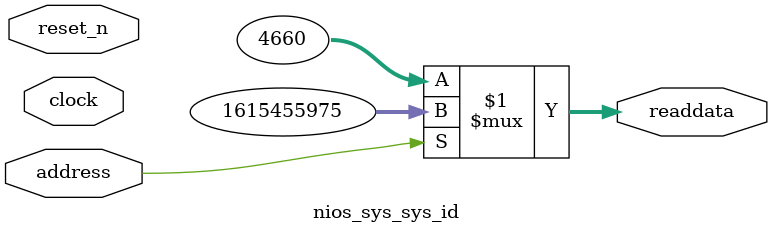
<source format=v>



// synthesis translate_off
`timescale 1ns / 1ps
// synthesis translate_on

// turn off superfluous verilog processor warnings 
// altera message_level Level1 
// altera message_off 10034 10035 10036 10037 10230 10240 10030 

module nios_sys_sys_id (
               // inputs:
                address,
                clock,
                reset_n,

               // outputs:
                readdata
             )
;

  output  [ 31: 0] readdata;
  input            address;
  input            clock;
  input            reset_n;

  wire    [ 31: 0] readdata;
  //control_slave, which is an e_avalon_slave
  assign readdata = address ? 1615455975 : 4660;

endmodule



</source>
